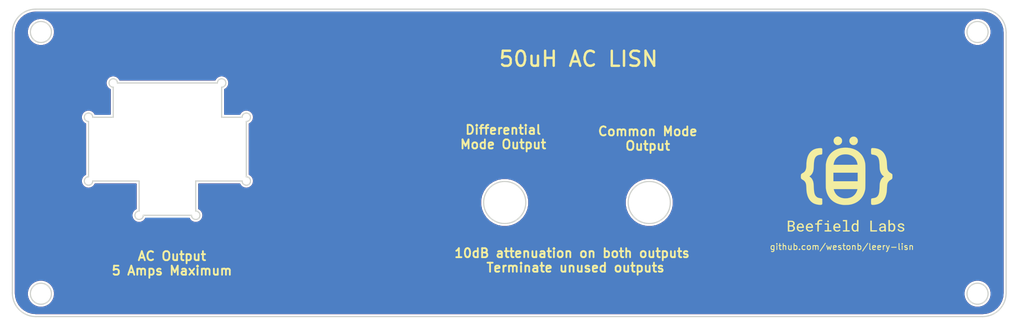
<source format=kicad_pcb>
(kicad_pcb (version 20240108) (generator "pcbnew") (generator_version "8.0")
  (layers (0 "F.Cu" signal) (31 "B.Cu" signal) (34 "B.Paste" user) (35 "F.Paste" user) (36 "B.SilkS" user "B.Silkscreen") (37 "F.SilkS" user "F.Silkscreen") (38 "B.Mask" user) (39 "F.Mask" user) (44 "Edge.Cuts" user))
  (net 0 "")
  (footprint "wbraun_smd:Beefield_logo" (layer "F.Cu") (at 188.5 86.5)
    (property "Reference" "G***" (hide yes))
    (property "Value" "LOGO" (hide yes))
    (fp_poly (pts (xy -2.995823 6.127594) (xy -2.950137 6.166179) (xy -2.923342 6.220586) (xy -2.919375 6.282715) (xy -2.942169 6.344467) (xy -2.943207 6.346076) (xy -2.972974 6.367874) (xy -3.021704 6.383629) (xy -3.07455 6.389254) (xy -3.094229 6.38764) (xy -3.134898 6.367525) (xy -3.173027 6.328284) (xy -3.197155 6.28328) (xy -3.200399 6.263846) (xy -3.185679 6.201857) (xy -3.147147 6.150584) (xy -3.093249 6.11888) (xy -3.056466 6.112933) (xy -2.995823 6.127594)) (stroke (width 0.01)) (fill solid) (layer "F.SilkS"))
    (fp_poly (pts (xy -2.929466 7.738533) (xy -2.487583 7.738533) (xy -2.492625 7.844366) (xy -2.497666 7.9502) (xy -3.049183 7.95466) (xy -3.182627 7.955396) (xy -3.305138 7.95541) (xy -3.412633 7.954756) (xy -3.501028 7.953484) (xy -3.56624 7.951644) (xy -3.604186 7.949289) (xy -3.612216 7.947605) (xy -3.618436 7.925634) (xy -3.622618 7.880704) (xy -3.623733 7.837311) (xy -3.623733 7.738533) (xy -3.166533 7.738533) (xy -3.166533 6.8072) (xy -3.623733 6.8072) (xy -3.623733 6.604) (xy -2.929466 6.604) (xy -2.929466 7.738533)) (stroke (width 0.01)) (fill solid) (layer "F.SilkS"))
    (fp_poly (pts (xy 0.1016 7.738533) (xy 0.543483 7.738533) (xy 0.538442 7.844366) (xy 0.5334 7.9502) (xy -0.021609 7.954665) (xy -0.177036 7.955709) (xy -0.3018 7.956003) (xy -0.399097 7.95544) (xy -0.472125 7.953912) (xy -0.524082 7.95131) (xy -0.558163 7.947525) (xy -0.577566 7.942451) (xy -0.585489 7.935978) (xy -0.585655 7.93558) (xy -0.58998 7.905512) (xy -0.590623 7.856194) (xy -0.589446 7.829515) (xy -0.5842 7.747) (xy -0.135466 7.73755) (xy -0.135466 6.2484) (xy -0.592666 6.2484) (xy -0.592666 6.0452) (xy 0.1016 6.0452) (xy 0.1016 7.738533)) (stroke (width 0.01)) (fill solid) (layer "F.SilkS"))
    (fp_poly (pts (xy 4.199467 7.738533) (xy 5.081617 7.738533) (xy 5.076575 7.844366) (xy 5.071534 7.9502) (xy 4.528487 7.954663) (xy 4.396098 7.955402) (xy 4.274665 7.955409) (xy 4.168305 7.954738) (xy 4.081134 7.953439) (xy 4.01727 7.951566) (xy 3.980828 7.949171) (xy 3.97392 7.947608) (xy 3.971721 7.92895) (xy 3.96966 7.879597) (xy 3.967777 7.802724) (xy 3.966112 7.701502) (xy 3.964706 7.579105) (xy 3.963598 7.438704) (xy 3.96283 7.283473) (xy 3.962441 7.116585) (xy 3.962401 7.041444) (xy 3.962401 6.1468) (xy 4.199467 6.1468) (xy 4.199467 7.738533)) (stroke (width 0.01)) (fill solid) (layer "F.SilkS"))
    (fp_poly (pts (xy 1.276443 -7.827388) (xy 1.345741 -7.819719) (xy 1.405074 -7.804814) (xy 1.439334 -7.792269) (xy 1.578903 -7.718821) (xy 1.697007 -7.619751) (xy 1.791346 -7.497357) (xy 1.848669 -7.382934) (xy 1.874063 -7.290572) (xy 1.886686 -7.180558) (xy 1.886463 -7.065563) (xy 1.873319 -6.958254) (xy 1.851636 -6.881808) (xy 1.779377 -6.742938) (xy 1.683325 -6.624569) (xy 1.567052 -6.530327) (xy 1.443602 -6.4674) (xy 1.324691 -6.4352) (xy 1.19445 -6.422556) (xy 1.06638 -6.429937) (xy 0.973025 -6.451073) (xy 0.834957 -6.513455) (xy 0.712396 -6.603236) (xy 0.61034 -6.715723) (xy 0.533789 -6.84622) (xy 0.521635 -6.874934) (xy 0.495285 -6.972524) (xy 0.483248 -7.087567) (xy 0.485515 -7.207028) (xy 0.502075 -7.317872) (xy 0.521999 -7.382934) (xy 0.595446 -7.522503) (xy 0.694516 -7.640607) (xy 0.81691 -7.734946) (xy 0.931334 -7.792269) (xy 0.990304 -7.812132) (xy 1.052417 -7.823755) (xy 1.12952 -7.828879) (xy 1.185334 -7.829557) (xy 1.276443 -7.827388)) (stroke (width 0.01)) (fill solid) (layer "F.SilkS"))
    (fp_poly (pts (xy -1.304392 -7.827011) (xy -1.261533 -7.817115) (xy -1.118486 -7.762306) (xy -0.990286 -7.680097) (xy -0.881972 -7.574583) (xy -0.798586 -7.449859) (xy -0.791073 -7.434981) (xy -0.767368 -7.384558) (xy -0.751763 -7.342704) (xy -0.742573 -7.299949) (xy -0.738112 -7.246823) (xy -0.736694 -7.173856) (xy -0.7366 -7.128934) (xy -0.737336 -7.041263) (xy -0.740516 -6.978146) (xy -0.747598 -6.930282) (xy -0.760039 -6.888372) (xy -0.779298 -6.843116) (xy -0.782471 -6.836305) (xy -0.853707 -6.719567) (xy -0.949945 -6.613316) (xy -1.062368 -6.526288) (xy -1.136233 -6.485861) (xy -1.264857 -6.44217) (xy -1.403576 -6.422066) (xy -1.540532 -6.426594) (xy -1.622477 -6.443095) (xy -1.761842 -6.498976) (xy -1.883103 -6.580986) (xy -1.983723 -6.685175) (xy -2.061162 -6.807593) (xy -2.112882 -6.944289) (xy -2.136344 -7.091315) (xy -2.130605 -7.233665) (xy -2.095336 -7.374226) (xy -2.032322 -7.501399) (xy -1.94572 -7.612393) (xy -1.839688 -7.704419) (xy -1.718382 -7.774684) (xy -1.585959 -7.820398) (xy -1.446577 -7.838771) (xy -1.304392 -7.827011)) (stroke (width 0.01)) (fill solid) (layer "F.SilkS"))
    (fp_poly (pts (xy -4.217553 5.999382) (xy -4.139167 6.006714) (xy -4.077257 6.016504) (xy -4.072466 6.017586) (xy -4.022894 6.030492) (xy -3.99844 6.043924) (xy -3.991153 6.065718) (xy -3.992498 6.096394) (xy -3.999769 6.165858) (xy -4.009626 6.206872) (xy -4.024598 6.224854) (xy -4.047217 6.225221) (xy -4.052067 6.223903) (xy -4.086365 6.217433) (xy -4.143332 6.210372) (xy -4.211829 6.204061) (xy -4.22594 6.203006) (xy -4.346652 6.204044) (xy -4.4418 6.226914) (xy -4.512411 6.272478) (xy -4.559513 6.341595) (xy -4.584133 6.435125) (xy -4.588561 6.506633) (xy -4.588933 6.604) (xy -4.080933 6.604) (xy -4.080933 6.790266) (xy -4.588488 6.790266) (xy -4.592944 7.370233) (xy -4.597399 7.9502) (xy -4.708184 7.955126) (xy -4.766702 7.955946) (xy -4.811122 7.953263) (xy -4.83095 7.948071) (xy -4.83379 7.928873) (xy -4.836389 7.879816) (xy -4.838666 7.804907) (xy -4.840539 7.708152) (xy -4.841925 7.593558) (xy -4.842742 7.465132) (xy -4.842933 7.363177) (xy -4.842933 6.790266) (xy -5.198533 6.790266) (xy -5.198533 6.604) (xy -4.84637 6.604) (xy -4.83511 6.481233) (xy -4.808917 6.338565) (xy -4.759026 6.220042) (xy -4.685931 6.12611) (xy -4.59013 6.057215) (xy -4.472115 6.013804) (xy -4.332384 5.996324) (xy -4.296651 5.996025) (xy -4.217553 5.999382)) (stroke (width 0.01)) (fill solid) (layer "F.SilkS"))
    (fp_poly (pts (xy 7.213601 6.728436) (xy 7.251911 6.692445) (xy 7.327187 6.641693) (xy 7.423898 6.605788) (xy 7.532226 6.586541) (xy 7.64235 6.585761) (xy 7.737149 6.603012) (xy 7.842548 6.651483) (xy 7.932815 6.728313) (xy 8.006253 6.830772) (xy 8.061167 6.95613) (xy 8.095859 7.101657) (xy 8.106213 7.196768) (xy 8.105536 7.365062) (xy 8.08199 7.51738) (xy 8.03743 7.651592) (xy 7.97371 7.765568) (xy 7.892683 7.857178) (xy 7.796203 7.924291) (xy 7.686125 7.964777) (xy 7.564302 7.976506) (xy 7.442201 7.959766) (xy 7.338389 7.918934) (xy 7.248687 7.85358) (xy 7.243918 7.848899) (xy 7.198739 7.80372) (xy 7.188201 7.9502) (xy 6.968067 7.9502) (xy 6.963524 6.960778) (xy 7.213601 6.960778) (xy 7.213712 7.269222) (xy 7.214262 7.388149) (xy 7.21665 7.478536) (xy 7.222133 7.545707) (xy 7.231967 7.594984) (xy 7.247407 7.631689) (xy 7.269709 7.661144) (xy 7.30013 7.688673) (xy 7.31557 7.700895) (xy 7.400754 7.746825) (xy 7.49783 7.766439) (xy 7.596935 7.759372) (xy 7.688199 7.725259) (xy 7.704454 7.715284) (xy 7.768299 7.653845) (xy 7.818021 7.566118) (xy 7.852005 7.457289) (xy 7.868631 7.332542) (xy 7.866282 7.197065) (xy 7.866247 7.196666) (xy 7.843418 7.059778) (xy 7.801853 6.951046) (xy 7.741442 6.870344) (xy 7.662078 6.817546) (xy 7.563652 6.792525) (xy 7.518401 6.790266) (xy 7.418915 6.801225) (xy 7.337973 6.836475) (xy 7.268369 6.8984) (xy 7.213601 6.960778) (xy 6.963524 6.960778) (xy 6.959319 6.0452) (xy 7.213601 6.0452) (xy 7.213601 6.728436)) (stroke (width 0.01)) (fill solid) (layer "F.SilkS"))
    (fp_poly (pts (xy 1.994041 6.9977) (xy 1.989667 7.9502) (xy 1.769534 7.9502) (xy 1.76428 7.886722) (xy 1.759025 7.823244) (xy 1.694654 7.874975) (xy 1.595962 7.93346) (xy 1.481507 7.966229) (xy 1.358928 7.972047) (xy 1.235862 7.949682) (xy 1.234595 7.949293) (xy 1.135316 7.901719) (xy 1.04518 7.825178) (xy 0.968023 7.72415) (xy 0.907685 7.603118) (xy 0.887122 7.543585) (xy 0.865677 7.439163) (xy 0.85628 7.317033) (xy 0.857295 7.2644) (xy 1.096749 7.2644) (xy 1.10621 7.40869) (xy 1.135907 7.531173) (xy 1.184285 7.630165) (xy 1.249785 7.703983) (xy 1.330853 7.750944) (xy 1.425931 7.769364) (xy 1.533464 7.75756) (xy 1.549019 7.753512) (xy 1.602763 7.729271) (xy 1.659424 7.689812) (xy 1.680252 7.670932) (xy 1.744134 7.60705) (xy 1.744134 7.276158) (xy 1.744019 7.162491) (xy 1.7433 7.077589) (xy 1.741411 7.016348) (xy 1.737788 6.973664) (xy 1.731867 6.944436) (xy 1.723084 6.923561) (xy 1.710873 6.905935) (xy 1.701997 6.895188) (xy 1.629984 6.833749) (xy 1.53909 6.799157) (xy 1.447547 6.790266) (xy 1.342231 6.804722) (xy 1.254724 6.847461) (xy 1.185724 6.917537) (xy 1.135929 7.014008) (xy 1.10604 7.135929) (xy 1.096749 7.2644) (xy 0.857295 7.2644) (xy 0.858734 7.189859) (xy 0.872842 7.070306) (xy 0.895942 6.977937) (xy 0.956079 6.84116) (xy 1.03174 6.734247) (xy 1.123756 6.656549) (xy 1.232954 6.60742) (xy 1.360165 6.586209) (xy 1.398373 6.585185) (xy 1.518385 6.595962) (xy 1.622022 6.630517) (xy 1.706034 6.681704) (xy 1.744134 6.70973) (xy 1.744134 6.0452) (xy 1.998416 6.0452) (xy 1.994041 6.9977)) (stroke (width 0.01)) (fill solid) (layer "F.SilkS"))
    (fp_poly (pts (xy -7.501137 6.595961) (xy -7.38151 6.63655) (xy -7.332133 6.663946) (xy -7.238225 6.743494) (xy -7.162609 6.848915) (xy -7.106868 6.976629) (xy -7.072584 7.123051) (xy -7.061327 7.2771) (xy -7.0612 7.349066) (xy -8.022027 7.349066) (xy -8.007278 7.428016) (xy -7.97029 7.544161) (xy -7.908366 7.639224) (xy -7.824542 7.710652) (xy -7.721851 7.755887) (xy -7.603329 7.772374) (xy -7.598271 7.7724) (xy -7.484611 7.76107) (xy -7.38794 7.724871) (xy -7.3054 7.666088) (xy -7.262427 7.629618) (xy -7.235247 7.61295) (xy -7.21479 7.612889) (xy -7.192102 7.62616) (xy -7.136738 7.666982) (xy -7.105988 7.695013) (xy -7.095239 7.714573) (xy -7.095066 7.717076) (xy -7.108366 7.742349) (xy -7.143476 7.779265) (xy -7.193217 7.821961) (xy -7.250406 7.864576) (xy -7.307862 7.90125) (xy -7.343467 7.919824) (xy -7.434653 7.94962) (xy -7.543387 7.967138) (xy -7.655585 7.971317) (xy -7.757166 7.961097) (xy -7.789333 7.953426) (xy -7.929443 7.897033) (xy -8.046586 7.816848) (xy -8.139608 7.714985) (xy -8.207352 7.593557) (xy -8.248664 7.454681) (xy -8.262389 7.30047) (xy -8.248523 7.145866) (xy -8.012157 7.145866) (xy -7.302639 7.145866) (xy -7.316831 7.069898) (xy -7.345838 6.969808) (xy -7.393124 6.892436) (xy -7.43365 6.852201) (xy -7.500379 6.810911) (xy -7.580208 6.78244) (xy -7.6454 6.773522) (xy -7.74132 6.789629) (xy -7.830288 6.834719) (xy -7.906879 6.90394) (xy -7.965669 6.992442) (xy -8.000278 7.090833) (xy -8.012157 7.145866) (xy -8.248523 7.145866) (xy -8.247372 7.133038) (xy -8.244933 7.119343) (xy -8.202511 6.974503) (xy -8.133098 6.846808) (xy -8.039201 6.739608) (xy -7.923326 6.656258) (xy -7.883439 6.635836) (xy -7.760457 6.595178) (xy -7.630238 6.582029) (xy -7.501137 6.595961)) (stroke (width 0.01)) (fill solid) (layer "F.SilkS"))
    (fp_poly (pts (xy -1.42981 6.597388) (xy -1.306206 6.637673) (xy -1.202055 6.705559) (xy -1.116531 6.801603) (xy -1.048808 6.926362) (xy -1.042087 6.942666) (xy -1.024214 7.006401) (xy -1.010484 7.094085) (xy -1.003056 7.183966) (xy -0.994538 7.349066) (xy -1.470936 7.349066) (xy -1.614934 7.349347) (xy -1.728273 7.350289) (xy -1.814156 7.352044) (xy -1.875785 7.35476) (xy -1.916364 7.358588) (xy -1.939096 7.363678) (xy -1.947184 7.370181) (xy -1.947333 7.371393) (xy -1.937445 7.432285) (xy -1.911595 7.505826) (xy -1.875507 7.578651) (xy -1.834902 7.637392) (xy -1.832077 7.640589) (xy -1.752945 7.710965) (xy -1.664598 7.753259) (xy -1.55932 7.770752) (xy -1.524 7.771656) (xy -1.40817 7.759672) (xy -1.307446 7.721288) (xy -1.214057 7.654514) (xy -1.151863 7.599906) (xy -1.084048 7.653617) (xy -1.044085 7.688319) (xy -1.028078 7.71291) (xy -1.031298 7.73528) (xy -1.03303 7.738714) (xy -1.064312 7.777743) (xy -1.116731 7.824314) (xy -1.180919 7.871256) (xy -1.247509 7.911399) (xy -1.278428 7.926527) (xy -1.365497 7.953184) (xy -1.47141 7.96787) (xy -1.583085 7.969915) (xy -1.687441 7.958646) (xy -1.726789 7.949545) (xy -1.863613 7.895049) (xy -1.978944 7.814385) (xy -2.072677 7.707641) (xy -2.131311 7.605098) (xy -2.149862 7.562913) (xy -2.162434 7.524448) (xy -2.170176 7.481568) (xy -2.174234 7.426138) (xy -2.175758 7.350023) (xy -2.175933 7.288921) (xy -2.175933 7.145866) (xy -1.930399 7.145866) (xy -1.231804 7.145866) (xy -1.243016 7.0739) (xy -1.269585 6.985957) (xy -1.317209 6.904476) (xy -1.378687 6.84027) (xy -1.413933 6.817199) (xy -1.508631 6.785811) (xy -1.609243 6.7836) (xy -1.707304 6.809082) (xy -1.794347 6.860772) (xy -1.824954 6.889271) (xy -1.865088 6.942457) (xy -1.900132 7.00703) (xy -1.923708 7.069726) (xy -1.930028 7.107766) (xy -1.930399 7.145866) (xy -2.175933 7.145866) (xy -2.175933 7.06791) (xy -2.112164 6.938882) (xy -2.032514 6.810267) (xy -1.93515 6.70952) (xy -1.821591 6.63764) (xy -1.693354 6.595627) (xy -1.573691 6.584147) (xy -1.42981 6.597388)) (stroke (width 0.01)) (fill solid) (layer "F.SilkS"))
    (fp_poly (pts (xy 9.205666 6.596962) (xy 9.331968 6.633054) (xy 9.436357 6.691644) (xy 9.516952 6.771451) (xy 9.57187 6.871196) (xy 9.593205 6.947687) (xy 9.60497 7.0104) (xy 9.371724 7.0104) (xy 9.338296 6.938433) (xy 9.285731 6.863072) (xy 9.211329 6.809977) (xy 9.120494 6.781295) (xy 9.018634 6.779173) (xy 8.962948 6.789319) (xy 8.870947 6.822782) (xy 8.810056 6.869118) (xy 8.77996 6.928573) (xy 8.778961 6.933428) (xy 8.7744 6.989817) (xy 8.786399 7.035722) (xy 8.818309 7.073751) (xy 8.873479 7.10651) (xy 8.955259 7.136606) (xy 9.066998 7.166645) (xy 9.083829 7.170665) (xy 9.234198 7.211138) (xy 9.353931 7.254706) (xy 9.446215 7.302794) (xy 9.51424 7.356826) (xy 9.524289 7.367442) (xy 9.581799 7.45332) (xy 9.608507 7.545453) (xy 9.605622 7.639031) (xy 9.574351 7.729247) (xy 9.515901 7.811294) (xy 9.431481 7.880364) (xy 9.389534 7.903869) (xy 9.280767 7.94383) (xy 9.154606 7.967566) (xy 9.024099 7.973696) (xy 8.902292 7.960839) (xy 8.885698 7.957215) (xy 8.776153 7.918599) (xy 8.675599 7.859176) (xy 8.591118 7.784623) (xy 8.529797 7.700615) (xy 8.509726 7.655971) (xy 8.489964 7.595936) (xy 8.486146 7.560091) (xy 8.502982 7.542199) (xy 8.54518 7.536025) (xy 8.600821 7.535333) (xy 8.718041 7.535333) (xy 8.736779 7.592109) (xy 8.778678 7.66778) (xy 8.846973 7.723553) (xy 8.940044 7.758556) (xy 9.056268 7.771919) (xy 9.07149 7.772028) (xy 9.165788 7.76411) (xy 9.248082 7.74274) (xy 9.311068 7.710546) (xy 9.345834 7.673352) (xy 9.358554 7.632698) (xy 9.364124 7.581457) (xy 9.364134 7.579439) (xy 9.355916 7.52873) (xy 9.329034 7.486016) (xy 9.280143 7.449138) (xy 9.205899 7.41594) (xy 9.102957 7.384263) (xy 9.035377 7.367295) (xy 8.877778 7.323316) (xy 8.752041 7.2732) (xy 8.656509 7.215647) (xy 8.589524 7.149356) (xy 8.549429 7.073026) (xy 8.534567 6.985355) (xy 8.534401 6.974087) (xy 8.550129 6.872169) (xy 8.595264 6.782114) (xy 8.666728 6.706205) (xy 8.761442 6.646725) (xy 8.876331 6.605958) (xy 9.008316 6.586186) (xy 9.059334 6.584647) (xy 9.205666 6.596962)) (stroke (width 0.01)) (fill solid) (layer "F.SilkS"))
    (fp_poly (pts (xy -6.020767 6.591097) (xy -5.89775 6.623594) (xy -5.787024 6.684824) (xy -5.695593 6.770767) (xy -5.685545 6.783472) (xy -5.633409 6.861733) (xy -5.597233 6.942607) (xy -5.574032 7.035509) (xy -5.560824 7.149855) (xy -5.558674 7.183966) (xy -5.549605 7.349066) (xy -6.026002 7.349066) (xy -6.170001 7.349347) (xy -6.28334 7.350289) (xy -6.369222 7.352044) (xy -6.430851 7.35476) (xy -6.47143 7.358588) (xy -6.494162 7.363678) (xy -6.50225 7.370181) (xy -6.5024 7.371393) (xy -6.492565 7.430842) (xy -6.466785 7.503369) (xy -6.430643 7.575908) (xy -6.389721 7.635394) (xy -6.389426 7.635739) (xy -6.312514 7.707565) (xy -6.225713 7.751369) (xy -6.121807 7.770313) (xy -6.079066 7.771656) (xy -5.963236 7.759672) (xy -5.862513 7.721288) (xy -5.769124 7.654514) (xy -5.70693 7.599906) (xy -5.638998 7.653709) (xy -5.600265 7.686785) (xy -5.575667 7.712403) (xy -5.571066 7.720866) (xy -5.584278 7.744287) (xy -5.619071 7.779632) (xy -5.668176 7.821078) (xy -5.724328 7.862807) (xy -5.78026 7.898997) (xy -5.819467 7.919824) (xy -5.919313 7.952128) (xy -6.036369 7.969003) (xy -6.157273 7.969591) (xy -6.268663 7.953032) (xy -6.281856 7.949545) (xy -6.418686 7.895053) (xy -6.533935 7.814468) (xy -6.627398 7.707965) (xy -6.685896 7.605183) (xy -6.704352 7.562755) (xy -6.71687 7.523825) (xy -6.724604 7.480233) (xy -6.728707 7.423817) (xy -6.730333 7.346418) (xy -6.730595 7.288921) (xy -6.73092 7.111294) (xy -6.486501 7.111294) (xy -6.473161 7.127943) (xy -6.441856 7.138184) (xy -6.389061 7.143561) (xy -6.311253 7.14562) (xy -6.204909 7.145905) (xy -6.138333 7.145866) (xy -5.791199 7.145866) (xy -5.791199 7.098391) (xy -5.803022 7.036901) (xy -5.833867 6.965947) (xy -5.876799 6.897814) (xy -5.924882 6.844789) (xy -5.941447 6.832204) (xy -6.032269 6.791073) (xy -6.128429 6.77984) (xy -6.223981 6.796472) (xy -6.312979 6.838936) (xy -6.389477 6.905198) (xy -6.447528 6.993226) (xy -6.45396 7.00744) (xy -6.473377 7.052587) (xy -6.485399 7.08669) (xy -6.486501 7.111294) (xy -6.73092 7.111294) (xy -6.731 7.06791) (xy -6.667121 6.938661) (xy -6.586963 6.809667) (xy -6.488692 6.708994) (xy -6.373747 6.637415) (xy -6.243563 6.595702) (xy -6.099577 6.584628) (xy -6.020767 6.591097)) (stroke (width 0.01)) (fill solid) (layer "F.SilkS"))
    (fp_poly (pts (xy 6.143878 6.596903) (xy 6.270576 6.633523) (xy 6.374067 6.69429) (xy 6.453922 6.778985) (xy 6.48855 6.837577) (xy 6.500251 6.862905) (xy 6.509526 6.888837) (xy 6.516781 6.919783) (xy 6.522425 6.960154) (xy 6.526865 7.01436) (xy 6.53051 7.086812) (xy 6.533766 7.18192) (xy 6.537041 7.304095) (xy 6.538963 7.382933) (xy 6.542346 7.508118) (xy 6.546219 7.624703) (xy 6.550358 7.727646) (xy 6.554539 7.811909) (xy 6.558536 7.872451) (xy 6.562127 7.904232) (xy 6.562166 7.904416) (xy 6.574208 7.960232) (xy 6.449404 7.955216) (xy 6.324601 7.9502) (xy 6.309115 7.880471) (xy 6.29363 7.810742) (xy 6.219499 7.867327) (xy 6.112587 7.92871) (xy 5.990717 7.964617) (xy 5.862869 7.973532) (xy 5.738021 7.953939) (xy 5.726684 7.950553) (xy 5.614261 7.900192) (xy 5.527414 7.828592) (xy 5.467698 7.738218) (xy 5.436672 7.631536) (xy 5.435894 7.51101) (xy 5.436609 7.505643) (xy 5.675818 7.505643) (xy 5.676656 7.580999) (xy 5.697575 7.651097) (xy 5.736312 7.705788) (xy 5.761742 7.724233) (xy 5.851337 7.754863) (xy 5.953863 7.760068) (xy 6.060245 7.740163) (xy 6.13243 7.711316) (xy 6.199627 7.672669) (xy 6.243632 7.631564) (xy 6.269001 7.579745) (xy 6.280294 7.508958) (xy 6.282267 7.439916) (xy 6.282267 7.298266) (xy 6.149112 7.298266) (xy 6.005912 7.304886) (xy 5.886007 7.324251) (xy 5.791837 7.355624) (xy 5.725842 7.398263) (xy 5.697321 7.435175) (xy 5.675818 7.505643) (xy 5.436609 7.505643) (xy 5.438162 7.494009) (xy 5.469645 7.388774) (xy 5.52983 7.301112) (xy 5.618344 7.231223) (xy 5.734817 7.17931) (xy 5.878876 7.145576) (xy 6.050151 7.130223) (xy 6.108701 7.129227) (xy 6.282267 7.128933) (xy 6.282204 7.040033) (xy 6.269456 6.944844) (xy 6.231016 6.871226) (xy 6.166364 6.818657) (xy 6.07498 6.786619) (xy 6.020332 6.778262) (xy 5.926601 6.779902) (xy 5.84053 6.802208) (xy 5.768841 6.841742) (xy 5.718256 6.895068) (xy 5.697967 6.943124) (xy 5.690348 6.970411) (xy 5.676984 6.985472) (xy 5.649307 6.991938) (xy 5.598747 6.99344) (xy 5.579188 6.993466) (xy 5.521798 6.991049) (xy 5.478962 6.984745) (xy 5.461242 6.976924) (xy 5.456098 6.939713) (xy 5.470918 6.88658) (xy 5.501949 6.825778) (xy 5.545438 6.76556) (xy 5.569025 6.739896) (xy 5.659735 6.66612) (xy 5.762014 6.61716) (xy 5.881801 6.590848) (xy 5.994401 6.584647) (xy 6.143878 6.596903)) (stroke (width 0.01)) (fill solid) (layer "F.SilkS"))
    (fp_poly (pts (xy -9.368366 6.151106) (xy -9.238089 6.154406) (xy -9.125343 6.159141) (xy -9.034368 6.165044) (xy -8.969407 6.171848) (xy -8.937797 6.178146) (xy -8.84247 6.222462) (xy -8.752495 6.28769) (xy -8.680078 6.364411) (xy -8.661893 6.391005) (xy -8.635661 6.437212) (xy -8.620243 6.47804) (xy -8.612842 6.52557) (xy -8.610658 6.591881) (xy -8.610599 6.612375) (xy -8.61191 6.684945) (xy -8.617551 6.735016) (xy -8.630081 6.773907) (xy -8.652063 6.81294) (xy -8.658049 6.822108) (xy -8.701952 6.876132) (xy -8.757383 6.928823) (xy -8.780446 6.946636) (xy -8.855393 6.999464) (xy -8.77216 7.047) (xy -8.678293 7.117814) (xy -8.610671 7.204731) (xy -8.568816 7.303054) (xy -8.552246 7.408086) (xy -8.560484 7.515129) (xy -8.593048 7.619485) (xy -8.649459 7.716457) (xy -8.729237 7.801346) (xy -8.831903 7.869457) (xy -8.857409 7.881676) (xy -8.934204 7.9101) (xy -9.020799 7.933417) (xy -9.074164 7.943085) (xy -9.128986 7.948149) (xy -9.203084 7.952204) (xy -9.290042 7.955208) (xy -9.383445 7.957118) (xy -9.476879 7.957893) (xy -9.563927 7.95749) (xy -9.638176 7.955866) (xy -9.693209 7.95298) (xy -9.722612 7.948789) (xy -9.725377 7.947377) (xy -9.72753 7.928765) (xy -9.729549 7.879456) (xy -9.731393 7.802619) (xy -9.732425 7.738533) (xy -9.499599 7.738533) (xy -9.275233 7.738161) (xy -9.175348 7.737055) (xy -9.102172 7.73361) (xy -9.048584 7.72706) (xy -9.007464 7.716642) (xy -8.982432 7.706704) (xy -8.898057 7.652347) (xy -8.838801 7.581254) (xy -8.804676 7.499299) (xy -8.795692 7.412357) (xy -8.811861 7.326303) (xy -8.853193 7.247011) (xy -8.9197 7.180357) (xy -8.981384 7.144298) (xy -9.018101 7.130581) (xy -9.061705 7.121312) (xy -9.11939 7.115709) (xy -9.198353 7.112988) (xy -9.275233 7.112371) (xy -9.499599 7.112) (xy -9.499599 7.738533) (xy -9.732425 7.738533) (xy -9.733024 7.701424) (xy -9.734403 7.57904) (xy -9.735488 7.438637) (xy -9.736243 7.283383) (xy -9.736625 7.11645) (xy -9.736666 7.04026) (xy -9.736666 6.912201) (xy -9.499599 6.912201) (xy -9.283699 6.905712) (xy -9.188394 6.901998) (xy -9.119356 6.896754) (xy -9.06899 6.888823) (xy -9.029699 6.877046) (xy -8.997259 6.862062) (xy -8.918466 6.806715) (xy -8.869779 6.737872) (xy -8.848871 6.651779) (xy -8.847666 6.620933) (xy -8.853225 6.549104) (xy -8.872338 6.495523) (xy -8.885433 6.474854) (xy -8.921927 6.432112) (xy -8.965359 6.400666) (xy -9.02149 6.378715) (xy -9.096079 6.364457) (xy -9.194888 6.35609) (xy -9.275233 6.352947) (xy -9.499599 6.346677) (xy -9.499599 6.912201) (xy -9.736666 6.912201) (xy -9.736666 6.144432) (xy -9.368366 6.151106)) (stroke (width 0.01)) (fill solid) (layer "F.SilkS"))
    (fp_poly (pts (xy 4.378805 -5.923752) (xy 4.470904 -5.920808) (xy 4.495801 -5.919888) (xy 4.7917 -5.894908) (xy 5.067169 -5.842929) (xy 5.322058 -5.764074) (xy 5.556218 -5.658466) (xy 5.769499 -5.526229) (xy 5.961752 -5.367485) (xy 6.132829 -5.182357) (xy 6.282579 -4.970969) (xy 6.410854 -4.733444) (xy 6.517505 -4.469904) (xy 6.601877 -4.182534) (xy 6.63415 -4.04267) (xy 6.660098 -3.909655) (xy 6.680688 -3.775863) (xy 6.696884 -3.633667) (xy 6.709653 -3.47544) (xy 6.71996 -3.293556) (xy 6.723039 -3.2258) (xy 6.732133 -3.034322) (xy 6.741722 -2.872971) (xy 6.752193 -2.738006) (xy 6.763935 -2.625689) (xy 6.777336 -2.532278) (xy 6.792784 -2.454036) (xy 6.809764 -2.390168) (xy 6.876265 -2.224244) (xy 6.968451 -2.074175) (xy 7.082789 -1.944477) (xy 7.215747 -1.839667) (xy 7.262105 -1.811867) (xy 7.375335 -1.746083) (xy 7.461954 -1.68902) (xy 7.526909 -1.63711) (xy 7.575147 -1.586784) (xy 7.576502 -1.58512) (xy 7.628467 -1.520975) (xy 7.633905 -1.248685) (xy 7.634238 -1.109114) (xy 7.627181 -0.997635) (xy 7.609964 -0.908786) (xy 7.579816 -0.837109) (xy 7.533968 -0.777145) (xy 7.46965 -0.723434) (xy 7.384091 -0.670516) (xy 7.324207 -0.638329) (xy 7.204663 -0.563667) (xy 7.09035 -0.469319) (xy 6.99046 -0.363906) (xy 6.914183 -0.256048) (xy 6.91142 -0.251217) (xy 6.867433 -0.166803) (xy 6.830982 -0.080447) (xy 6.801225 0.012334) (xy 6.777316 0.116023) (xy 6.758415 0.235104) (xy 6.743675 0.374058) (xy 6.732255 0.53737) (xy 6.72331 0.729523) (xy 6.722415 0.75333) (xy 6.715066 0.918663) (xy 6.705671 1.076023) (xy 6.694743 1.218554) (xy 6.682792 1.339401) (xy 6.673129 1.413933) (xy 6.612798 1.732678) (xy 6.531436 2.024908) (xy 6.428923 2.290748) (xy 6.305141 2.530322) (xy 6.159971 2.743753) (xy 5.993294 2.931167) (xy 5.804991 3.092687) (xy 5.594942 3.228437) (xy 5.363028 3.338543) (xy 5.109131 3.423128) (xy 4.833131 3.482317) (xy 4.670035 3.504289) (xy 4.512418 3.518136) (xy 4.385685 3.521983) (xy 4.288349 3.515788) (xy 4.218925 3.49951) (xy 4.200511 3.491191) (xy 4.164345 3.469508) (xy 4.136262 3.445042) (xy 4.115253 3.413439) (xy 4.100307 3.370343) (xy 4.090414 3.311397) (xy 4.084562 3.232245) (xy 4.081742 3.128532) (xy 4.080942 2.995902) (xy 4.080934 2.975753) (xy 4.081443 2.828698) (xy 4.084424 2.711738) (xy 4.092057 2.621104) (xy 4.106522 2.553025) (xy 4.129999 2.503731) (xy 4.164667 2.469452) (xy 4.212707 2.446418) (xy 4.276299 2.43086) (xy 4.357622 2.419007) (xy 4.406207 2.413222) (xy 4.592033 2.384633) (xy 4.749978 2.344374) (xy 4.884602 2.290505) (xy 5.000463 2.221087) (xy 5.10212 2.134181) (xy 5.129567 2.10546) (xy 5.198671 2.022157) (xy 5.258906 1.931365) (xy 5.310919 1.830288) (xy 5.355356 1.716133) (xy 5.392865 1.586106) (xy 5.424093 1.437412) (xy 5.449685 1.267256) (xy 5.470289 1.072845) (xy 5.486552 0.851383) (xy 5.49912 0.600078) (xy 5.503241 0.491066) (xy 5.509962 0.320632) (xy 5.517327 0.179873) (xy 5.525664 0.064599) (xy 5.535298 -0.029379) (xy 5.546557 -0.106252) (xy 5.552054 -0.135467) (xy 5.613216 -0.374054) (xy 5.694767 -0.587388) (xy 5.796306 -0.774796) (xy 5.917433 -0.935603) (xy 6.057746 -1.069137) (xy 6.145966 -1.132667) (xy 6.250724 -1.200375) (xy 6.177596 -1.24641) (xy 6.020916 -1.36453) (xy 5.884564 -1.50895) (xy 5.768362 -1.679967) (xy 5.672132 -1.877876) (xy 5.595697 -2.102972) (xy 5.552142 -2.285399) (xy 5.539915 -2.357633) (xy 5.529422 -2.446197) (xy 5.520345 -2.555131) (xy 5.512369 -2.688475) (xy 5.505173 -2.850269) (xy 5.502846 -2.912534) (xy 5.491238 -3.175366) (xy 5.476075 -3.407267) (xy 5.45678 -3.611041) (xy 5.432781 -3.789493) (xy 5.403501 -3.945428) (xy 5.368367 -4.081649) (xy 5.326803 -4.200961) (xy 5.278236 -4.306168) (xy 5.222089 -4.400075) (xy 5.188346 -4.447165) (xy 5.089922 -4.558187) (xy 4.977838 -4.648132) (xy 4.848209 -4.718876) (xy 4.697147 -4.772297) (xy 4.520764 -4.810274) (xy 4.403837 -4.826131) (xy 4.296597 -4.842477) (xy 4.217461 -4.865787) (xy 4.160944 -4.898701) (xy 4.121561 -4.943863) (xy 4.108137 -4.968527) (xy 4.098684 -4.9941) (xy 4.091616 -5.028689) (xy 4.08662 -5.077045) (xy 4.083386 -5.14392) (xy 4.081601 -5.234064) (xy 4.080954 -5.352229) (xy 4.080934 -5.38367) (xy 4.081573 -5.519799) (xy 4.084096 -5.626497) (xy 4.089412 -5.708186) (xy 4.098429 -5.769288) (xy 4.112055 -5.814224) (xy 4.1312 -5.847417) (xy 4.156771 -5.873288) (xy 4.185748 -5.893787) (xy 4.20955 -5.907494) (xy 4.234502 -5.916817) (xy 4.266859 -5.922284) (xy 4.312874 -5.92442) (xy 4.378805 -5.923752)) (stroke (width 0.01)) (fill solid) (layer "F.SilkS"))
    (fp_poly (pts (xy -4.221859 -5.914987) (xy -4.175806 -5.911506) (xy -4.144108 -5.904736) (xy -4.120265 -5.893922) (xy -4.103625 -5.882701) (xy -4.075957 -5.860683) (xy -4.054622 -5.837536) (xy -4.038796 -5.808739) (xy -4.027656 -5.769767) (xy -4.020378 -5.716098) (xy -4.016139 -5.643209) (xy -4.014116 -5.546575) (xy -4.013485 -5.421675) (xy -4.013449 -5.38736) (xy -4.014103 -5.239684) (xy -4.017478 -5.122197) (xy -4.025375 -5.031232) (xy -4.03959 -4.963126) (xy -4.061924 -4.914211) (xy -4.094174 -4.880823) (xy -4.138139 -4.859296) (xy -4.195618 -4.845965) (xy -4.268408 -4.837163) (xy -4.284133 -4.835699) (xy -4.497276 -4.804659) (xy -4.684633 -4.752277) (xy -4.847172 -4.677979) (xy -4.985858 -4.581191) (xy -5.101656 -4.461341) (xy -5.195535 -4.317853) (xy -5.212815 -4.284134) (xy -5.253981 -4.193202) (xy -5.289368 -4.098463) (xy -5.319569 -3.99627) (xy -5.345177 -3.882978) (xy -5.366784 -3.754943) (xy -5.384985 -3.608519) (xy -5.400372 -3.440062) (xy -5.413537 -3.245925) (xy -5.425075 -3.022464) (xy -5.4277 -2.963334) (xy -5.437402 -2.760698) (xy -5.448214 -2.587363) (xy -5.461047 -2.438764) (xy -5.476811 -2.310334) (xy -5.496415 -2.197509) (xy -5.520771 -2.095724) (xy -5.550787 -2.000412) (xy -5.587375 -1.907009) (xy -5.631445 -1.81095) (xy -5.67441 -1.725828) (xy -5.743981 -1.612963) (xy -5.833847 -1.497955) (xy -5.934897 -1.391041) (xy -6.03802 -1.302454) (xy -6.073966 -1.276974) (xy -6.123832 -1.242929) (xy -6.149082 -1.221446) (xy -6.153747 -1.207023) (xy -6.141859 -1.194156) (xy -6.137111 -1.190772) (xy -5.995273 -1.085397) (xy -5.880185 -0.982769) (xy -5.786004 -0.876442) (xy -5.706885 -0.759968) (xy -5.649301 -0.652683) (xy -5.603004 -0.553225) (xy -5.56421 -0.458329) (xy -5.532068 -0.363402) (xy -5.505724 -0.263849) (xy -5.484328 -0.155078) (xy -5.467027 -0.032495) (xy -5.452968 0.108494) (xy -5.4413 0.272481) (xy -5.43117 0.464061) (xy -5.427684 0.541866) (xy -5.414671 0.798428) (xy -5.398727 1.024108) (xy -5.379144 1.221815) (xy -5.355214 1.394462) (xy -5.326231 1.544957) (xy -5.291487 1.676213) (xy -5.250276 1.79114) (xy -5.201889 1.892649) (xy -5.14562 1.98365) (xy -5.080762 2.067054) (xy -5.048386 2.103096) (xy -4.950906 2.19448) (xy -4.84442 2.267576) (xy -4.723605 2.324658) (xy -4.583141 2.368002) (xy -4.417707 2.399885) (xy -4.326209 2.411979) (xy -4.240264 2.422505) (xy -4.180699 2.431926) (xy -4.14019 2.442448) (xy -4.111414 2.456279) (xy -4.087047 2.475626) (xy -4.074428 2.487857) (xy -4.021666 2.540587) (xy -4.016572 2.947535) (xy -4.015107 3.075898) (xy -4.014528 3.174974) (xy -4.015129 3.249339) (xy -4.017207 3.303568) (xy -4.021055 3.342235) (xy -4.026969 3.369917) (xy -4.035244 3.391189) (xy -4.046176 3.410624) (xy -4.046472 3.411105) (xy -4.079412 3.453406) (xy -4.1216 3.484726) (xy -4.177131 3.505766) (xy -4.250103 3.517227) (xy -4.344609 3.519809) (xy -4.464748 3.514212) (xy -4.588089 3.503739) (xy -4.850818 3.464994) (xy -5.106977 3.401028) (xy -5.347135 3.314307) (xy -5.397089 3.292326) (xy -5.608751 3.177456) (xy -5.803156 3.034178) (xy -5.979444 2.863721) (xy -6.136751 2.667312) (xy -6.274217 2.446178) (xy -6.39098 2.201546) (xy -6.486177 1.934644) (xy -6.558947 1.646699) (xy -6.56152 1.634066) (xy -6.583686 1.519798) (xy -6.6016 1.415677) (xy -6.615952 1.314949) (xy -6.627432 1.210863) (xy -6.636732 1.096666) (xy -6.644542 0.965606) (xy -6.651552 0.810929) (xy -6.655097 0.719316) (xy -6.664265 0.519982) (xy -6.676396 0.350129) (xy -6.692413 0.20543) (xy -6.713243 0.08156) (xy -6.73981 -0.025807) (xy -6.773041 -0.120996) (xy -6.81386 -0.208333) (xy -6.863193 -0.292143) (xy -6.875484 -0.310842) (xy -6.957994 -0.418786) (xy -7.053028 -0.511399) (xy -7.168363 -0.595479) (xy -7.269088 -0.654962) (xy -7.378816 -0.720716) (xy -7.459632 -0.782467) (xy -7.515643 -0.84374) (xy -7.543146 -0.890014) (xy -7.554087 -0.93148) (xy -7.562311 -0.998872) (xy -7.567779 -1.084354) (xy -7.57045 -1.180093) (xy -7.570285 -1.278254) (xy -7.567245 -1.371001) (xy -7.561289 -1.450499) (xy -7.552377 -1.508915) (xy -7.546388 -1.528778) (xy -7.507674 -1.589368) (xy -7.443842 -1.653478) (xy -7.362151 -1.714696) (xy -7.285955 -1.758734) (xy -7.141618 -1.842813) (xy -7.018266 -1.939928) (xy -6.914856 -2.052393) (xy -6.830347 -2.182521) (xy -6.763696 -2.332627) (xy -6.713862 -2.505024) (xy -6.679803 -2.702027) (xy -6.660478 -2.925949) (xy -6.654814 -3.160506) (xy -6.644165 -3.456132) (xy -6.613126 -3.751791) (xy -6.563002 -4.040592) (xy -6.495093 -4.315647) (xy -6.410703 -4.570066) (xy -6.368723 -4.673611) (xy -6.254866 -4.898686) (xy -6.115421 -5.107694) (xy -5.953577 -5.297175) (xy -5.772521 -5.463669) (xy -5.575442 -5.603718) (xy -5.444066 -5.677025) (xy -5.229083 -5.768438) (xy -4.992428 -5.839002) (xy -4.740123 -5.887368) (xy -4.478188 -5.912185) (xy -4.383025 -5.91509) (xy -4.288766 -5.91593) (xy -4.221859 -5.914987)) (stroke (width 0.01)) (fill solid) (layer "F.SilkS"))
    (fp_poly (pts (xy 0.203185 -5.980004) (xy 0.552035 -5.936871) (xy 0.885012 -5.864747) (xy 1.201447 -5.763828) (xy 1.500666 -5.634309) (xy 1.782 -5.476387) (xy 1.913467 -5.388451) (xy 2.02506 -5.302169) (xy 2.147126 -5.195213) (xy 2.271836 -5.075404) (xy 2.391359 -4.950561) (xy 2.497867 -4.828505) (xy 2.578337 -4.724401) (xy 2.706183 -4.524166) (xy 2.82339 -4.300044) (xy 2.926021 -4.061344) (xy 3.01014 -3.817374) (xy 3.071812 -3.577444) (xy 3.079523 -3.539067) (xy 3.090515 -3.480101) (xy 3.100336 -3.422281) (xy 3.109044 -3.363485) (xy 3.116695 -3.301588) (xy 3.123348 -3.234467) (xy 3.129059 -3.16) (xy 3.133887 -3.076062) (xy 3.137888 -2.980531) (xy 3.14112 -2.871283) (xy 3.14364 -2.746196) (xy 3.145505 -2.603145) (xy 3.146774 -2.440007) (xy 3.147503 -2.25466) (xy 3.147749 -2.04498) (xy 3.147571 -1.808843) (xy 3.147025 -1.544127) (xy 3.14617 -1.248708) (xy 3.145655 -1.0922) (xy 3.144654 -0.794216) (xy 3.143709 -0.527914) (xy 3.142714 -0.29111) (xy 3.141566 -0.081621) (xy 3.140159 0.102739) (xy 3.138389 0.264153) (xy 3.13615 0.404805) (xy 3.133339 0.526878) (xy 3.129849 0.632558) (xy 3.125577 0.724029) (xy 3.120418 0.803473) (xy 3.114267 0.873076) (xy 3.107019 0.935021) (xy 3.09857 0.991493) (xy 3.088814 1.044675) (xy 3.077647 1.096752) (xy 3.064964 1.149907) (xy 3.050661 1.206325) (xy 3.034632 1.26819) (xy 3.031926 1.278637) (xy 2.936399 1.582502) (xy 2.812074 1.869682) (xy 2.660391 2.138744) (xy 2.482791 2.388253) (xy 2.280713 2.616776) (xy 2.055597 2.82288) (xy 1.808883 3.005131) (xy 1.542013 3.162095) (xy 1.256425 3.292339) (xy 0.95356 3.394428) (xy 0.889 3.411871) (xy 0.727752 3.450807) (xy 0.576867 3.48058) (xy 0.427217 3.502317) (xy 0.269673 3.517148) (xy 0.095107 3.5262) (xy -0.067733 3.53011) (xy -0.182329 3.531437) (xy -0.28938 3.532014) (xy -0.382907 3.53186) (xy -0.456934 3.530997) (xy -0.505481 3.529442) (xy -0.516466 3.528627) (xy -0.874032 3.47754) (xy -1.209093 3.401248) (xy -1.52195 3.299582) (xy -1.812901 3.172376) (xy -2.082246 3.019462) (xy -2.330285 2.840675) (xy -2.557317 2.635845) (xy -2.763641 2.404807) (xy -2.925164 2.184399) (xy -3.072088 1.936041) (xy -3.196446 1.665392) (xy -3.296783 1.376644) (xy -3.371647 1.073985) (xy -3.398734 0.897466) (xy -2.11582 0.897466) (xy -2.10584 0.952499) (xy -2.096031 0.993585) (xy -2.078479 1.055668) (xy -2.056369 1.127691) (xy -2.047538 1.155047) (xy -1.95469 1.386062) (xy -1.834588 1.598408) (xy -1.689206 1.790523) (xy -1.520521 1.960844) (xy -1.330508 2.107809) (xy -1.121142 2.229855) (xy -0.894398 2.32542) (xy -0.652252 2.392939) (xy -0.440266 2.42664) (xy -0.349954 2.432781) (xy -0.237184 2.435236) (xy -0.113139 2.434235) (xy 0.011001 2.430007) (xy 0.124054 2.422782) (xy 0.211667 2.413254) (xy 0.469996 2.360398) (xy 0.710562 2.279499) (xy 0.932427 2.171092) (xy 1.134652 2.035713) (xy 1.316299 1.873898) (xy 1.469532 1.6954) (xy 1.579377 1.5297) (xy 1.677559 1.342969) (xy 1.758358 1.147513) (xy 1.816053 0.955644) (xy 1.818766 0.944033) (xy 1.829446 0.897466) (xy -2.11582 0.897466) (xy -3.398734 0.897466) (xy -3.419583 0.761607) (xy -3.419923 0.758434) (xy -3.422779 0.71405) (xy -3.425386 0.638635) (xy -3.427745 0.53498) (xy -3.429855 0.405875) (xy -3.431717 0.254112) (xy -3.433332 0.08248) (xy -3.434698 -0.106228) (xy -3.435818 -0.309223) (xy -3.43669 -0.523712) (xy -3.437316 -0.746906) (xy -3.437695 -0.976014) (xy -3.437827 -1.208244) (xy -3.437714 -1.440806) (xy -3.437355 -1.670908) (xy -3.436931 -1.8288) (xy -2.167466 -1.8288) (xy -2.167466 -0.4064) (xy 1.862667 -0.4064) (xy 1.862667 -1.8288) (xy -2.167466 -1.8288) (xy -3.436931 -1.8288) (xy -3.43675 -1.89576) (xy -3.4359 -2.112572) (xy -3.434806 -2.318551) (xy -3.433466 -2.510908) (xy -3.431882 -2.686851) (xy -3.430054 -2.843589) (xy -3.427981 -2.978333) (xy -3.425665 -3.088289) (xy -3.423761 -3.1496) (xy -2.149686 -3.1496) (xy -0.151976 -3.1496) (xy 0.155188 -3.149647) (xy 0.430173 -3.149801) (xy 0.674663 -3.150082) (xy 0.890346 -3.15051) (xy 1.078908 -3.151104) (xy 1.242035 -3.151885) (xy 1.381414 -3.152872) (xy 1.49873 -3.154086) (xy 1.595671 -3.155545) (xy 1.673923 -3.15727) (xy 1.735172 -3.159282) (xy 1.781104 -3.161599) (xy 1.813405 -3.164241) (xy 1.833763 -3.167229) (xy 1.843864 -3.170582) (xy 1.845734 -3.17313) (xy 1.841016 -3.22118) (xy 1.828269 -3.292456) (xy 1.809602 -3.377873) (xy 1.787126 -3.468343) (xy 1.76295 -3.554781) (xy 1.741844 -3.62058) (xy 1.643142 -3.854746) (xy 1.518835 -4.067706) (xy 1.370486 -4.258475) (xy 1.199655 -4.426071) (xy 1.007905 -4.569508) (xy 0.796796 -4.687804) (xy 0.56789 -4.779976) (xy 0.322749 -4.845039) (xy 0.062934 -4.882009) (xy -0.209994 -4.889905) (xy -0.26973 -4.887734) (xy -0.529916 -4.863884) (xy -0.767133 -4.817408) (xy -0.984777 -4.746936) (xy -1.186245 -4.651098) (xy -1.374931 -4.528526) (xy -1.554233 -4.37785) (xy -1.569075 -4.363774) (xy -1.720795 -4.201239) (xy -1.848397 -4.025775) (xy -1.953672 -3.833746) (xy -2.038413 -3.621518) (xy -2.104409 -3.385456) (xy -2.14032 -3.204634) (xy -2.149686 -3.1496) (xy -3.423761 -3.1496) (xy -3.423106 -3.170669) (xy -3.420303 -3.222681) (xy -3.419555 -3.230701) (xy -3.368104 -3.561121) (xy -3.287672 -3.875199) (xy -3.178562 -4.172255) (xy -3.04108 -4.451611) (xy -2.875529 -4.712587) (xy -2.682215 -4.954505) (xy -2.612144 -5.030287) (xy -2.380056 -5.248449) (xy -2.128505 -5.439054) (xy -1.857983 -5.601909) (xy -1.568982 -5.736821) (xy -1.261994 -5.843596) (xy -0.937512 -5.92204) (xy -0.596027 -5.971961) (xy -0.238032 -5.993164) (xy -0.160866 -5.993949) (xy 0.203185 -5.980004)) (stroke (width 0.01)) (fill solid) (layer "F.SilkS"))
  )
  (gr_line (start 84.05 69.75) (end 67.45 69.75) (stroke (width 0.2)) (layer "Edge.Cuts"))
  (gr_line (start 88.15 75.45) (end 84.75 75.45) (stroke (width 0.2)) (layer "Edge.Cuts"))
  (gr_circle (center 54.744625 61.26965) (end 56.494625 61.26965) (stroke (width 0.2)) (fill none) (layer "Edge.Cuts"))
  (gr_arc (start 80.45 91.05) (mid 80.944975 92.244975) (end 79.75 91.75) (stroke (width 0.2)) (layer "Edge.Cuts"))
  (gr_arc (start 88.85 85.35) (mid 89.344975 86.544975) (end 88.15 86.05) (stroke (width 0.2)) (layer "Edge.Cuts"))
  (gr_circle (center 210.264625 104.79565) (end 212.014625 104.79565) (stroke (width 0.2)) (fill none) (layer "Edge.Cuts"))
  (gr_line (start 211.104625 108.597649) (end 53.904625 108.597649) (stroke (width 0.2)) (layer "Edge.Cuts"))
  (gr_arc (start 211.104625 57.46765) (mid 213.862341 58.609934) (end 215.004625 61.36765) (stroke (width 0.2)) (layer "Edge.Cuts"))
  (gr_line (start 63.35 86.05) (end 71.05 86.05) (stroke (width 0.2)) (layer "Edge.Cuts"))
  (gr_arc (start 71.75 91.75) (mid 70.555025 92.244975) (end 71.05 91.05) (stroke (width 0.2)) (layer "Edge.Cuts"))
  (gr_line (start 62.65 76.15) (end 62.65 85.35) (stroke (width 0.2)) (layer "Edge.Cuts"))
  (gr_arc (start 66.75 70.45) (mid 66.255025 69.255025) (end 67.45 69.75) (stroke (width 0.2)) (layer "Edge.Cuts"))
  (gr_arc (start 62.65 76.15) (mid 62.155025 74.955025) (end 63.35 75.45) (stroke (width 0.2)) (layer "Edge.Cuts"))
  (gr_line (start 80.45 91.05) (end 80.45 86.05) (stroke (width 0.2)) (layer "Edge.Cuts"))
  (gr_arc (start 63.35 86.05) (mid 62.155025 86.544975) (end 62.65 85.35) (stroke (width 0.2)) (layer "Edge.Cuts"))
  (gr_line (start 53.904625 57.46765) (end 211.104625 57.46765) (stroke (width 0.2)) (layer "Edge.Cuts"))
  (gr_line (start 215.004625 61.36765) (end 215.004625 104.69765) (stroke (width 0.2)) (layer "Edge.Cuts"))
  (gr_arc (start 53.904625 108.59765) (mid 51.146909 107.455366) (end 50.004625 104.69765) (stroke (width 0.2)) (layer "Edge.Cuts"))
  (gr_line (start 50.004625 104.69765) (end 50.004625 61.36765) (stroke (width 0.2)) (layer "Edge.Cuts"))
  (gr_line (start 66.75 75.45) (end 63.35 75.45) (stroke (width 0.2)) (layer "Edge.Cuts"))
  (gr_circle (center 155.754625 89.624937) (end 159.254625 89.624937) (stroke (width 0.2)) (fill none) (layer "Edge.Cuts"))
  (gr_line (start 84.75 75.45) (end 84.75 70.45) (stroke (width 0.2)) (layer "Edge.Cuts"))
  (gr_circle (center 131.754625 89.624937) (end 135.254625 89.624937) (stroke (width 0.2)) (fill none) (layer "Edge.Cuts"))
  (gr_line (start 71.05 86.05) (end 71.05 91.05) (stroke (width 0.2)) (layer "Edge.Cuts"))
  (gr_arc (start 215.004624 104.69765) (mid 213.862341 107.455366) (end 211.104625 108.597649) (stroke (width 0.2)) (layer "Edge.Cuts"))
  (gr_line (start 88.85 85.35) (end 88.85 76.15) (stroke (width 0.2)) (layer "Edge.Cuts"))
  (gr_line (start 66.75 70.45) (end 66.75 75.45) (stroke (width 0.2)) (layer "Edge.Cuts"))
  (gr_arc (start 84.05 69.75) (mid 85.244975 69.255025) (end 84.75 70.45) (stroke (width 0.2)) (layer "Edge.Cuts"))
  (gr_circle (center 210.264625 61.26965) (end 212.014625 61.26965) (stroke (width 0.2)) (fill none) (layer "Edge.Cuts"))
  (gr_arc (start 50.004625 61.36765) (mid 51.146909 58.609934) (end 53.904625 57.46765) (stroke (width 0.2)) (layer "Edge.Cuts"))
  (gr_line (start 80.45 86.05) (end 88.15 86.05) (stroke (width 0.2)) (layer "Edge.Cuts"))
  (gr_line (start 71.75 91.75) (end 79.75 91.75) (stroke (width 0.2)) (layer "Edge.Cuts"))
  (gr_circle (center 54.744625 104.79565) (end 56.494625 104.79565) (stroke (width 0.2)) (fill none) (layer "Edge.Cuts"))
  (gr_arc (start 88.15 75.45) (mid 89.344975 74.955025) (end 88.85 76.15) (stroke (width 0.2)) (layer "Edge.Cuts"))
  (gr_text "Common Mode\nOutput" (at 155.5 79 0) (layer "F.SilkS") (effects (font (size 1.5 1.5) (thickness 0.3))))
  (gr_text "10dB attenuation on both outputs \nTerminate unused outputs" (at 143.5 99.25 0) (layer "F.SilkS") (effects (font (size 1.5 1.5) (thickness 0.3))))
  (gr_text "Differential\nMode Output" (at 131.5 78.75 0) (layer "F.SilkS") (effects (font (size 1.5 1.5) (thickness 0.3))))
  (gr_text "AC Output\n5 Amps Maximum" (at 76.5 99.75 0) (layer "F.SilkS") (effects (font (size 1.5 1.5) (thickness 0.3))))
  (gr_text "50uH AC LISN" (at 144 65.75 0) (layer "F.SilkS") (effects (font (size 2.5 2.5) (thickness 0.4))))
  (gr_text "github.com/westonb/leery-lisn" (at 187.75 97 0) (layer "F.SilkS") (effects (font (size 1 1))))
  (zone (net 0) (net_name "") (layer "F.Cu") (connect_pads yes (clearance 0.3)) (min_thickness 0.254) (fill yes (thermal_gap 0.508) (thermal_bridge_width 0.508))
    (polygon (pts (xy 218 110) (xy 48 110) (xy 48 56) (xy 218 56)))
  )
  (zone (net 0) (net_name "") (layer "B.Cu") (connect_pads yes (clearance 0.3)) (min_thickness 0.254) (fill yes (thermal_gap 0.508) (thermal_bridge_width 0.508))
    (polygon (pts (xy 217.95 109.95) (xy 47.95 109.95) (xy 47.95 55.95) (xy 217.95 55.95)))
  )
)
</source>
